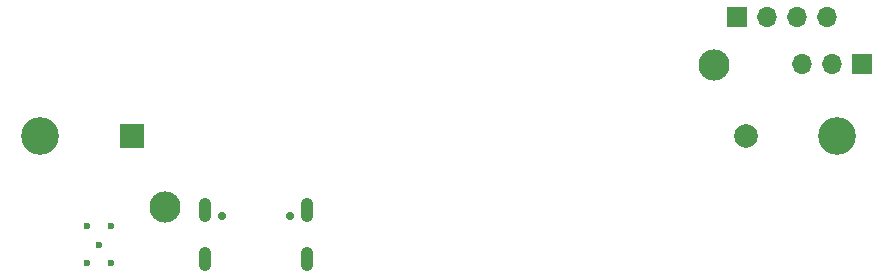
<source format=gbr>
%TF.GenerationSoftware,KiCad,Pcbnew,5.1.12-84ad8e8a86~92~ubuntu20.04.1*%
%TF.CreationDate,2021-11-18T17:44:13-07:00*%
%TF.ProjectId,snail-bot,736e6169-6c2d-4626-9f74-2e6b69636164,rev?*%
%TF.SameCoordinates,Original*%
%TF.FileFunction,Soldermask,Bot*%
%TF.FilePolarity,Negative*%
%FSLAX46Y46*%
G04 Gerber Fmt 4.6, Leading zero omitted, Abs format (unit mm)*
G04 Created by KiCad (PCBNEW 5.1.12-84ad8e8a86~92~ubuntu20.04.1) date 2021-11-18 17:44:13*
%MOMM*%
%LPD*%
G01*
G04 APERTURE LIST*
%ADD10C,0.600000*%
%ADD11O,1.700000X1.700000*%
%ADD12R,1.700000X1.700000*%
%ADD13C,0.700000*%
%ADD14O,1.050000X2.100000*%
%ADD15C,3.200000*%
%ADD16R,2.000000X2.000000*%
%ADD17C,2.000000*%
%ADD18C,2.640000*%
G04 APERTURE END LIST*
D10*
%TO.C,U5*%
X48400000Y-82600000D03*
X50400000Y-82600000D03*
X48400000Y-85700000D03*
X50400000Y-85700000D03*
X49400000Y-84200000D03*
%TD*%
D11*
%TO.C,J8*%
X108920000Y-68900000D03*
X111460000Y-68900000D03*
D12*
X114000000Y-68900000D03*
%TD*%
D11*
%TO.C,J6*%
X111020000Y-64900000D03*
X108480000Y-64900000D03*
X105940000Y-64900000D03*
D12*
X103400000Y-64900000D03*
%TD*%
D13*
%TO.C,J4*%
X65570000Y-81750000D03*
X59790000Y-81750000D03*
D14*
X67000000Y-85400000D03*
X58360000Y-85400000D03*
X67000000Y-81220000D03*
X58360000Y-81220000D03*
%TD*%
D15*
%TO.C,H2*%
X111900000Y-75000000D03*
%TD*%
%TO.C,H1*%
X44400000Y-75000000D03*
%TD*%
D16*
%TO.C,BT1*%
X52200000Y-75000000D03*
D17*
X104190000Y-75000000D03*
D18*
X101430000Y-69005000D03*
X54950000Y-80995000D03*
%TD*%
M02*

</source>
